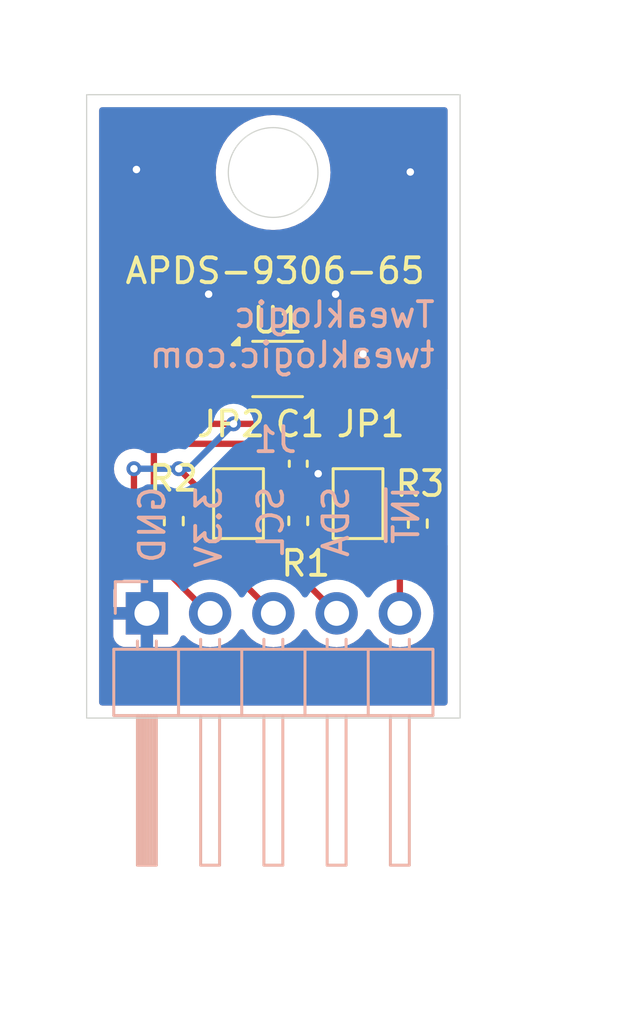
<source format=kicad_pcb>
(kicad_pcb (version 20240108) (generator "pcbnew") (generator_version "8.0")
  (title_block (title "APDS9306-65 Ambient Light Sensor") (date "2024-08-03") (rev "1.0") (company "Tweaklogic") (comment 1 "Designer: Subhajit Ghosh (subhajit.ghosh@tweaklogic.com)") (comment 2 "tweaklogic and tweaklogic logo are registered trademarks of Tweaklogic Pty Ltd.") (comment 3 "License: https://creativecommons.org/licenses/by/4.0/"))
  (layers (0 "F.Cu" signal) (31 "B.Cu" signal) (34 "B.Paste" user) (35 "F.Paste" user) (36 "B.SilkS" user "B.Silkscreen") (37 "F.SilkS" user "F.Silkscreen") (38 "B.Mask" user) (39 "F.Mask" user) (44 "Edge.Cuts" user))
  (net 0 "")
  (net 1 "+3.3V")
  (net 2 "GND")
  (net 3 "/~{INT}")
  (net 4 "/SCL")
  (net 5 "/SDA")
  (net 6 "Net-(JP1-A)")
  (net 7 "Net-(JP2-A)")
  (footprint "Capacitor_SMD:C_0402_1005Metric" (layer "F.Cu") (at 143.08 109.18 -90)
    (property "Reference" "C1" (at -1.59 -0.07 180) (layer "F.SilkS") (effects (font (thickness 0.153))))
    (property "Value" "1u")
    (fp_line (start -0.107836 0.36) (end 0.107836 0.36) (stroke (width 0.12)) (layer "F.SilkS"))
    (fp_line (start -0.107836 -0.36) (end 0.107836 -0.36) (stroke (width 0.12)) (layer "F.SilkS"))
    (pad "1" smd roundrect (at -0.48 0 270) (size 0.56 0.62) (layers "F.Cu" "F.Paste" "F.Mask") (net 1 "+3.3V"))
    (pad "2" smd roundrect (at 0.48 0 270) (size 0.56 0.62) (layers "F.Cu" "F.Paste" "F.Mask") (net 2 "GND"))
  )
  (footprint "Resistor_SMD:R_0402_1005Metric" (layer "F.Cu") (at 143.08 111.47 -90)
    (property "Reference" "R1" (at 1.71 -0.3 180) (layer "F.SilkS") (effects (font (thickness 0.153))))
    (property "Value" "10K")
    (fp_line (start -0.153641 0.38) (end 0.153641 0.38) (stroke (width 0.12)) (layer "F.SilkS"))
    (fp_line (start -0.153641 -0.38) (end 0.153641 -0.38) (stroke (width 0.12)) (layer "F.SilkS"))
    (pad "1" smd roundrect (at -0.51 0 270) (size 0.54 0.64) (layers "F.Cu" "F.Paste" "F.Mask") (net 6 "Net-(JP1-A)"))
    (pad "2" smd roundrect (at 0.51 0 270) (size 0.54 0.64) (layers "F.Cu" "F.Paste" "F.Mask") (net 5 "/SDA"))
  )
  (footprint "Jumper:SolderJumper-2_P1.3mm_Bridged_Pad1.0x1.5mm" (layer "F.Cu") (at 140.68 110.78 90)
    (property "Reference" "JP2" (at 3.19 -0.3 180) (layer "F.SilkS") (effects (font (thickness 0.153))))
    (property "Value" "SCL jumper")
    (fp_poly (pts (xy -0.25 -0.3) (xy 0.25 -0.3) (xy 0.25 0.3) (xy -0.25 0.3)) (fill solid) (layer "F.Cu"))
    (fp_line (start 1.4 -1) (end 1.4 1) (stroke (width 0.12)) (layer "F.SilkS"))
    (fp_line (start -1.4 -1) (end 1.4 -1) (stroke (width 0.12)) (layer "F.SilkS"))
    (fp_line (start 1.4 1) (end -1.4 1) (stroke (width 0.12)) (layer "F.SilkS"))
    (fp_line (start -1.4 1) (end -1.4 -1) (stroke (width 0.12)) (layer "F.SilkS"))
    (pad "1" smd rect (at -0.65 0 90) (size 1 1.5) (layers "F.Cu" "F.Mask") (net 7 "Net-(JP2-A)"))
    (pad "2" smd rect (at 0.65 0 90) (size 1 1.5) (layers "F.Cu" "F.Mask") (net 1 "+3.3V"))
  )
  (footprint "Resistor_SMD:R_0402_1005Metric" (layer "F.Cu") (at 147.88 111.58 -90)
    (property "Reference" "R3" (at -1.6 -0.09 180) (layer "F.SilkS") (effects (font (thickness 0.153))))
    (property "Value" "10K")
    (fp_line (start -0.153641 0.38) (end 0.153641 0.38) (stroke (width 0.12)) (layer "F.SilkS"))
    (fp_line (start -0.153641 -0.38) (end 0.153641 -0.38) (stroke (width 0.12)) (layer "F.SilkS"))
    (pad "1" smd roundrect (at -0.51 0 270) (size 0.54 0.64) (layers "F.Cu" "F.Paste" "F.Mask") (net 1 "+3.3V"))
    (pad "2" smd roundrect (at 0.51 0 270) (size 0.54 0.64) (layers "F.Cu" "F.Paste" "F.Mask") (net 3 "/~{INT}"))
  )
  (footprint "Resistor_SMD:R_0402_1005Metric" (layer "F.Cu") (at 138.08 111.48 -90)
    (property "Reference" "R2" (at -1.71 0.01 180) (layer "F.SilkS") (effects (font (thickness 0.153))))
    (property "Value" "10K")
    (fp_line (start -0.153641 0.38) (end 0.153641 0.38) (stroke (width 0.12)) (layer "F.SilkS"))
    (fp_line (start -0.153641 -0.38) (end 0.153641 -0.38) (stroke (width 0.12)) (layer "F.SilkS"))
    (pad "1" smd roundrect (at -0.51 0 270) (size 0.54 0.64) (layers "F.Cu" "F.Paste" "F.Mask") (net 7 "Net-(JP2-A)"))
    (pad "2" smd roundrect (at 0.51 0 270) (size 0.54 0.64) (layers "F.Cu" "F.Paste" "F.Mask") (net 4 "/SCL"))
  )
  (footprint "OptoDevice:Broadcom_DFN-6_2x2mm_P0.65mm" (layer "F.Cu") (at 142.25 105.38)
    (property "Reference" "U1" (at 0 -1.95 0) (layer "F.SilkS") (effects (font (thickness 0.153))))
    (property "Value" "APDS-9306-065")
    (fp_line (start -1 -1.11) (end 1 -1.11) (stroke (width 0.12)) (layer "F.SilkS"))
    (fp_line (start -1 1.11) (end 1 1.11) (stroke (width 0.12)) (layer "F.SilkS"))
    (fp_poly (pts (xy -1.54 -0.97) (xy -1.82 -0.97) (xy -1.54 -1.25) (xy -1.54 -0.97)) (stroke (width 0.12)) (fill solid) (layer "F.SilkS"))
    (pad "1" smd roundrect (at -0.7875 -0.65) (size 1.175 0.3) (layers "F.Cu" "F.Paste" "F.Mask") (net 4 "/SCL"))
    (pad "2" smd roundrect (at -0.7875 0) (size 1.175 0.3) (layers "F.Cu" "F.Paste" "F.Mask") (net 5 "/SDA"))
    (pad "3" smd roundrect (at -0.7875 0.65) (size 1.175 0.3) (layers "F.Cu" "F.Paste" "F.Mask") (net 1 "+3.3V"))
    (pad "4" smd roundrect (at 0.7875 0.65) (size 1.175 0.3) (layers "F.Cu" "F.Paste" "F.Mask") (net 3 "/~{INT}"))
    (pad "5" smd roundrect (at 0.7875 0) (size 1.175 0.3) (layers "F.Cu" "F.Paste" "F.Mask"))
    (pad "6" smd roundrect (at 0.7875 -0.65) (size 1.175 0.3) (layers "F.Cu" "F.Paste" "F.Mask") (net 2 "GND"))
  )
  (footprint "Jumper:SolderJumper-2_P1.3mm_Bridged_Pad1.0x1.5mm" (layer "F.Cu") (at 145.48 110.78 90)
    (property "Reference" "JP1" (at 3.19 0.51 180) (layer "F.SilkS") (effects (font (thickness 0.153))))
    (property "Value" "SDA jumper")
    (fp_poly (pts (xy -0.25 -0.3) (xy 0.25 -0.3) (xy 0.25 0.3) (xy -0.25 0.3)) (fill solid) (layer "F.Cu"))
    (fp_line (start 1.4 -1) (end 1.4 1) (stroke (width 0.12)) (layer "F.SilkS"))
    (fp_line (start -1.4 -1) (end 1.4 -1) (stroke (width 0.12)) (layer "F.SilkS"))
    (fp_line (start 1.4 1) (end -1.4 1) (stroke (width 0.12)) (layer "F.SilkS"))
    (fp_line (start -1.4 1) (end -1.4 -1) (stroke (width 0.12)) (layer "F.SilkS"))
    (pad "1" smd rect (at -0.65 0 90) (size 1 1.5) (layers "F.Cu" "F.Mask") (net 6 "Net-(JP1-A)"))
    (pad "2" smd rect (at 0.65 0 90) (size 1 1.5) (layers "F.Cu" "F.Mask") (net 1 "+3.3V"))
  )
  (footprint "Connector_PinHeader_2.54mm:PinHeader_1x05_P2.54mm_Horizontal" (layer "B.Cu") (at 137 115.18 -90)
    (property "Reference" "J1" (at -6.96 -5.15 0) (layer "B.SilkS") (effects (font (thickness 0.153)) (justify mirror)))
    (property "Value" "Conn_01x05")
    (fp_line (start 1.44 1.33) (end 4.1 1.33) (stroke (width 0.12)) (layer "B.SilkS"))
    (fp_line (start 4.1 1.33) (end 4.1 -11.49) (stroke (width 0.12)) (layer "B.SilkS"))
    (fp_line (start -1.27 1.27) (end -1.27 0) (stroke (width 0.12)) (layer "B.SilkS"))
    (fp_line (start 0 1.27) (end -1.27 1.27) (stroke (width 0.12)) (layer "B.SilkS"))
    (fp_line (start 1.44 0.38) (end 1.11 0.38) (stroke (width 0.12)) (layer "B.SilkS"))
    (fp_line (start 10.1 0.38) (end 4.1 0.38) (stroke (width 0.12)) (layer "B.SilkS"))
    (fp_line (start 10.1 0.32) (end 4.1 0.32) (stroke (width 0.12)) (layer "B.SilkS"))
    (fp_line (start 10.1 0.2) (end 4.1 0.2) (stroke (width 0.12)) (layer "B.SilkS"))
    (fp_line (start 10.1 0.08) (end 4.1 0.08) (stroke (width 0.12)) (layer "B.SilkS"))
    (fp_line (start 10.1 -0.04) (end 4.1 -0.04) (stroke (width 0.12)) (layer "B.SilkS"))
    (fp_line (start 10.1 -0.16) (end 4.1 -0.16) (stroke (width 0.12)) (layer "B.SilkS"))
    (fp_line (start 10.1 -0.28) (end 4.1 -0.28) (stroke (width 0.12)) (layer "B.SilkS"))
    (fp_line (start 1.44 -0.38) (end 1.11 -0.38) (stroke (width 0.12)) (layer "B.SilkS"))
    (fp_line (start 4.1 -0.38) (end 10.1 -0.38) (stroke (width 0.12)) (layer "B.SilkS"))
    (fp_line (start 10.1 -0.38) (end 10.1 0.38) (stroke (width 0.12)) (layer "B.SilkS"))
    (fp_line (start 4.1 -1.27) (end 1.44 -1.27) (stroke (width 0.12)) (layer "B.SilkS"))
    (fp_line (start 1.44 -2.16) (end 1.042929 -2.16) (stroke (width 0.12)) (layer "B.SilkS"))
    (fp_line (start 10.1 -2.16) (end 4.1 -2.16) (stroke (width 0.12)) (layer "B.SilkS"))
    (fp_line (start 1.44 -2.92) (end 1.042929 -2.92) (stroke (width 0.12)) (layer "B.SilkS"))
    (fp_line (start 4.1 -2.92) (end 10.1 -2.92) (stroke (width 0.12)) (layer "B.SilkS"))
    (fp_line (start 10.1 -2.92) (end 10.1 -2.16) (stroke (width 0.12)) (layer "B.SilkS"))
    (fp_line (start 4.1 -3.81) (end 1.44 -3.81) (stroke (width 0.12)) (layer "B.SilkS"))
    (fp_line (start 1.44 -4.7) (end 1.042929 -4.7) (stroke (width 0.12)) (layer "B.SilkS"))
    (fp_line (start 10.1 -4.7) (end 4.1 -4.7) (stroke (width 0.12)) (layer "B.SilkS"))
    (fp_line (start 1.44 -5.46) (end 1.042929 -5.46) (stroke (width 0.12)) (layer "B.SilkS"))
    (fp_line (start 4.1 -5.46) (end 10.1 -5.46) (stroke (width 0.12)) (layer "B.SilkS"))
    (fp_line (start 10.1 -5.46) (end 10.1 -4.7) (stroke (width 0.12)) (layer "B.SilkS"))
    (fp_line (start 4.1 -6.35) (end 1.44 -6.35) (stroke (width 0.12)) (layer "B.SilkS"))
    (fp_line (start 1.44 -7.24) (end 1.042929 -7.24) (stroke (width 0.12)) (layer "B.SilkS"))
    (fp_line (start 10.1 -7.24) (end 4.1 -7.24) (stroke (width 0.12)) (layer "B.SilkS"))
    (fp_line (start 1.44 -8) (end 1.042929 -8) (stroke (width 0.12)) (layer "B.SilkS"))
    (fp_line (start 4.1 -8) (end 10.1 -8) (stroke (width 0.12)) (layer "B.SilkS"))
    (fp_line (start 10.1 -8) (end 10.1 -7.24) (stroke (width 0.12)) (layer "B.SilkS"))
    (fp_line (start 4.1 -8.89) (end 1.44 -8.89) (stroke (width 0.12)) (layer "B.SilkS"))
    (fp_line (start 1.44 -9.78) (end 1.042929 -9.78) (stroke (width 0.12)) (layer "B.SilkS"))
    (fp_line (start 10.1 -9.78) (end 4.1 -9.78) (stroke (width 0.12)) (layer "B.SilkS"))
    (fp_line (start 1.44 -10.54) (end 1.042929 -10.54) (stroke (width 0.12)) (layer "B.SilkS"))
    (fp_line (start 4.1 -10.54) (end 10.1 -10.54) (stroke (width 0.12)) (layer "B.SilkS"))
    (fp_line (start 10.1 -10.54) (end 10.1 -9.78) (stroke (width 0.12)) (layer "B.SilkS"))
    (fp_line (start 1.44 -11.49) (end 1.44 1.33) (stroke (width 0.12)) (layer "B.SilkS"))
    (fp_line (start 4.1 -11.49) (end 1.44 -11.49) (stroke (width 0.12)) (layer "B.SilkS"))
    (pad "1" thru_hole rect (at 0 0 270) (size 1.7 1.7) (drill 1) (layers "*.Cu" "*.Mask") (net 2 "GND"))
    (pad "2" thru_hole oval (at 0 -2.54 270) (size 1.7 1.7) (drill 1) (layers "*.Cu" "*.Mask") (net 1 "+3.3V"))
    (pad "3" thru_hole oval (at 0 -5.08 270) (size 1.7 1.7) (drill 1) (layers "*.Cu" "*.Mask") (net 4 "/SCL"))
    (pad "4" thru_hole oval (at 0 -7.62 270) (size 1.7 1.7) (drill 1) (layers "*.Cu" "*.Mask") (net 5 "/SDA"))
    (pad "5" thru_hole oval (at 0 -10.16 270) (size 1.7 1.7) (drill 1) (layers "*.Cu" "*.Mask") (net 3 "/~{INT}"))
  )
  (gr_rect (start 134.58 94.38) (end 149.58 119.38) (stroke (width 0.05)) (fill none) (layer "Edge.Cuts"))
  (gr_circle (center 142.07 97.5) (end 143.87 97.5) (stroke (width 0.05)) (fill none) (layer "Edge.Cuts"))
  (gr_text "SCL" (at 142.56 110 90) (layer "B.SilkS") (effects (font (size 1 1) (thickness 0.153)) (justify left bottom mirror)))
  (gr_text "SDA" (at 145.18 110 90) (layer "B.SilkS") (effects (font (size 1 1) (thickness 0.153)) (justify left bottom mirror)))
  (gr_text "3.3V" (at 140.07 110 90) (layer "B.SilkS") (effects (font (size 1 1) (thickness 0.153)) (justify left bottom mirror)))
  (gr_text "Tweaklogic\ntweaklogic.com" (at 148.65 105.4 0) (layer "B.SilkS") (effects (font (size 1 1) (thickness 0.153)) (justify left bottom mirror)))
  (gr_text "GND" (at 137.8 110 90) (layer "B.SilkS") (effects (font (size 1 1) (thickness 0.153)) (justify left bottom mirror)))
  (gr_text "~{INT}" (at 148 110 90) (layer "B.SilkS") (effects (font (size 1 1) (thickness 0.153)) (justify left bottom mirror)))
  (gr_text "APDS-9306-65" (at 136.05 102.03 0) (layer "F.SilkS") (effects (font (size 1 1) (thickness 0.153)) (justify left bottom)))
  (segment (start 147.88 111.07) (end 147.88 110.28) (width 0.254) (layer "F.Cu") (net 1))
  (segment (start 143.08 108.7) (end 141.96 107.58) (width 0.254) (layer "F.Cu") (net 1))
  (segment (start 136.48 112.18) (end 136.48 109.38) (width 0.254) (layer "F.Cu") (net 1))
  (segment (start 139.03 110.13) (end 138.28 109.38) (width 0.254) (layer "F.Cu") (net 1))
  (segment (start 138.68 106.18) (end 138.83 106.03) (width 0.254) (layer "F.Cu") (net 1))
  (segment (start 140.68 110.13) (end 139.03 110.13) (width 0.254) (layer "F.Cu") (net 1))
  (segment (start 139.54 115.18) (end 139.48 115.18) (width 0.254) (layer "F.Cu") (net 1))
  (segment (start 139.48 115.18) (end 136.48 112.18) (width 0.254) (layer "F.Cu") (net 1))
  (segment (start 145.48 108.98) (end 145.2 108.7) (width 0.254) (layer "F.Cu") (net 1))
  (segment (start 141.96 107.58) (end 139.08 107.58) (width 0.254) (layer "F.Cu") (net 1))
  (segment (start 138.83 106.03) (end 141.4625 106.03) (width 0.254) (layer "F.Cu") (net 1))
  (segment (start 145.2 108.7) (end 143.08 108.7) (width 0.254) (layer "F.Cu") (net 1))
  (segment (start 138.68 107.18) (end 138.68 106.18) (width 0.254) (layer "F.Cu") (net 1))
  (segment (start 147.73 110.13) (end 145.48 110.13) (width 0.254) (layer "F.Cu") (net 1))
  (segment (start 139.08 107.58) (end 138.68 107.18) (width 0.254) (layer "F.Cu") (net 1))
  (segment (start 145.48 110.13) (end 145.48 108.98) (width 0.254) (layer "F.Cu") (net 1))
  (segment (start 147.88 110.28) (end 147.73 110.13) (width 0.254) (layer "F.Cu") (net 1))
  (via (at 138.28 109.38) (size 0.6) (drill 0.3) (layers "F.Cu" "B.Cu") (net 1))
  (via (at 136.48 109.38) (size 0.6) (drill 0.3) (layers "F.Cu" "B.Cu") (net 1))
  (via (at 140.48 107.58) (size 0.6) (drill 0.3) (layers "F.Cu" "B.Cu") (net 1))
  (segment (start 136.48 109.38) (end 138.28 109.38) (width 0.254) (layer "B.Cu") (net 1))
  (segment (start 138.28 109.38) (end 138.68 109.38) (width 0.254) (layer "B.Cu") (net 1))
  (segment (start 138.68 109.38) (end 140.48 107.58) (width 0.254) (layer "B.Cu") (net 1))
  (segment (start 143.8 109.66) (end 143.88 109.58) (width 0.254) (layer "F.Cu") (net 2))
  (segment (start 145.63 104.73) (end 145.68 104.78) (width 0.254) (layer "F.Cu") (net 2))
  (segment (start 143.0375 104.73) (end 145.63 104.73) (width 0.254) (layer "F.Cu") (net 2))
  (segment (start 143.08 109.66) (end 143.8 109.66) (width 0.254) (layer "F.Cu") (net 2))
  (via (at 145.68 104.78) (size 0.6) (drill 0.3) (layers "F.Cu" "B.Cu") (net 2))
  (via (at 147.58 97.48) (size 0.6) (drill 0.3) (layers "F.Cu" "B.Cu") (net 2))
  (via (at 139.48 102.38) (size 0.6) (drill 0.3) (layers "F.Cu" "B.Cu") (net 2))
  (via (at 144.58 102.38) (size 0.6) (drill 0.3) (layers "F.Cu" "B.Cu") (net 2))
  (via (at 143.88 109.58) (size 0.6) (drill 0.3) (layers "F.Cu" "B.Cu") (net 2))
  (via (at 136.58 97.38) (size 0.6) (drill 0.3) (layers "F.Cu" "B.Cu") (net 2))
  (segment (start 147.88 112.98) (end 147.88 112.09) (width 0.254) (layer "F.Cu") (net 3))
  (segment (start 148.58 111.78) (end 148.58 106.88) (width 0.254) (layer "F.Cu") (net 3))
  (segment (start 148.58 106.88) (end 147.73 106.03) (width 0.254) (layer "F.Cu") (net 3))
  (segment (start 148.27 112.09) (end 148.58 111.78) (width 0.254) (layer "F.Cu") (net 3))
  (segment (start 147.16 115.18) (end 147.16 113.7) (width 0.254) (layer "F.Cu") (net 3))
  (segment (start 147.16 113.7) (end 147.88 112.98) (width 0.254) (layer "F.Cu") (net 3))
  (segment (start 147.73 106.03) (end 143.0375 106.03) (width 0.254) (layer "F.Cu") (net 3))
  (segment (start 147.88 112.09) (end 148.27 112.09) (width 0.254) (layer "F.Cu") (net 3))
  (segment (start 138.08 111.99) (end 138.08 112.18) (width 0.254) (layer "F.Cu") (net 4))
  (segment (start 139.88 112.98) (end 138.88 112.98) (width 0.254) (layer "F.Cu") (net 4))
  (segment (start 137.28 111.58) (end 137.28 105.58) (width 0.254) (layer "F.Cu") (net 4))
  (segment (start 137.28 105.58) (end 138.08 104.78) (width 0.254) (layer "F.Cu") (net 4))
  (segment (start 138.08 111.99) (end 137.69 111.99) (width 0.254) (layer "F.Cu") (net 4))
  (segment (start 142.08 115.18) (end 139.88 112.98) (width 0.254) (layer "F.Cu") (net 4))
  (segment (start 137.69 111.99) (end 137.28 111.58) (width 0.254) (layer "F.Cu") (net 4))
  (segment (start 138.08 104.78) (end 138.08 104.73) (width 0.254) (layer "F.Cu") (net 4))
  (segment (start 138.08 112.18) (end 138.88 112.98) (width 0.254) (layer "F.Cu") (net 4))
  (segment (start 138.08 104.73) (end 141.4625 104.73) (width 0.254) (layer "F.Cu") (net 4))
  (segment (start 143.08 111.98) (end 142.28 111.18) (width 0.254) (layer "F.Cu") (net 5))
  (segment (start 138.28 105.38) (end 141.4625 105.38) (width 0.254) (layer "F.Cu") (net 5))
  (segment (start 141.68 108.38) (end 138.48 108.38) (width 0.254) (layer "F.Cu") (net 5))
  (segment (start 142.28 111.18) (end 142.28 108.98) (width 0.254) (layer "F.Cu") (net 5))
  (segment (start 138.48 108.38) (end 138.08 107.98) (width 0.254) (layer "F.Cu") (net 5))
  (segment (start 142.28 108.98) (end 141.68 108.38) (width 0.254) (layer "F.Cu") (net 5))
  (segment (start 138.08 107.98) (end 138.08 105.58) (width 0.254) (layer "F.Cu") (net 5))
  (segment (start 138.08 105.58) (end 138.28 105.38) (width 0.254) (layer "F.Cu") (net 5))
  (segment (start 144.62 115.18) (end 143.08 113.64) (width 0.254) (layer "F.Cu") (net 5))
  (segment (start 143.08 113.64) (end 143.08 111.98) (width 0.254) (layer "F.Cu") (net 5))
  (segment (start 143.86 110.96) (end 144.33 111.43) (width 0.254) (layer "F.Cu") (net 6))
  (segment (start 144.33 111.43) (end 145.48 111.43) (width 0.254) (layer "F.Cu") (net 6))
  (segment (start 143.08 110.96) (end 143.86 110.96) (width 0.254) (layer "F.Cu") (net 6))
  (segment (start 140.68 111.43) (end 139.13 111.43) (width 0.254) (layer "F.Cu") (net 7))
  (segment (start 138.67 110.97) (end 138.08 110.97) (width 0.254) (layer "F.Cu") (net 7))
  (segment (start 139.13 111.43) (end 138.67 110.97) (width 0.254) (layer "F.Cu") (net 7))
  (zone (net 2) (net_name "GND") (layer "F.Cu") (priority 1) (connect_pads (clearance 0.5)) (min_thickness 0.25) (fill yes (thermal_gap 0.5) (thermal_bridge_width 0.5))
    (polygon (pts (xy 134.58 94.38) (xy 149.58 94.38) (xy 149.58 119.38) (xy 134.58 119.38)))
  )
  (zone (net 2) (net_name "GND") (layer "B.Cu") (connect_pads (clearance 0.5)) (min_thickness 0.25) (fill yes (thermal_gap 0.5) (thermal_bridge_width 0.5))
    (polygon (pts (xy 134.58 94.38) (xy 149.58 94.38) (xy 149.58 119.38) (xy 134.58 119.38)))
  )
)
</source>
